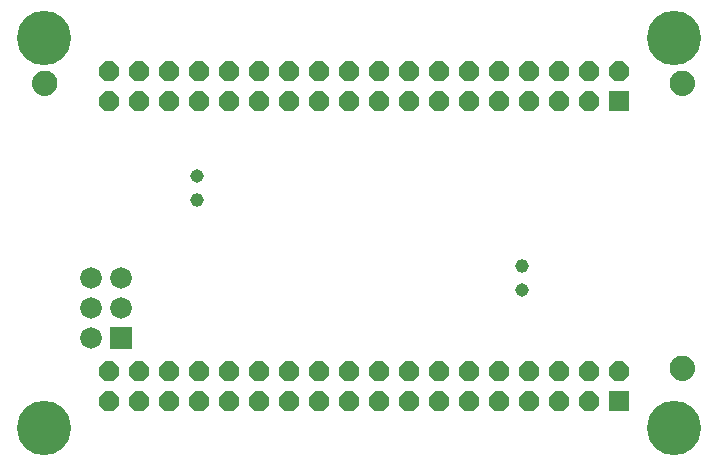
<source format=gbr>
G04 EAGLE Gerber RS-274X export*
G75*
%MOMM*%
%FSLAX34Y34*%
%LPD*%
%INSoldermask Bottom*%
%IPPOS*%
%AMOC8*
5,1,8,0,0,1.08239X$1,22.5*%
G01*
%ADD10C,0.609600*%
%ADD11C,1.168400*%
%ADD12C,1.157200*%
%ADD13C,1.143000*%
%ADD14C,4.597400*%
%ADD15R,1.676400X1.676400*%
%ADD16P,1.814519X8X202.500000*%
%ADD17R,1.828800X1.828800*%
%ADD18C,1.828800*%


D10*
X-693420Y342900D02*
X-693418Y343087D01*
X-693411Y343274D01*
X-693399Y343461D01*
X-693383Y343647D01*
X-693363Y343833D01*
X-693338Y344018D01*
X-693308Y344203D01*
X-693274Y344387D01*
X-693235Y344570D01*
X-693192Y344752D01*
X-693144Y344932D01*
X-693092Y345112D01*
X-693035Y345290D01*
X-692975Y345467D01*
X-692909Y345642D01*
X-692840Y345816D01*
X-692766Y345988D01*
X-692688Y346158D01*
X-692606Y346326D01*
X-692520Y346492D01*
X-692430Y346656D01*
X-692336Y346817D01*
X-692238Y346977D01*
X-692136Y347133D01*
X-692030Y347288D01*
X-691920Y347439D01*
X-691807Y347588D01*
X-691690Y347734D01*
X-691570Y347877D01*
X-691446Y348017D01*
X-691319Y348154D01*
X-691188Y348288D01*
X-691054Y348419D01*
X-690917Y348546D01*
X-690777Y348670D01*
X-690634Y348790D01*
X-690488Y348907D01*
X-690339Y349020D01*
X-690188Y349130D01*
X-690033Y349236D01*
X-689877Y349338D01*
X-689717Y349436D01*
X-689556Y349530D01*
X-689392Y349620D01*
X-689226Y349706D01*
X-689058Y349788D01*
X-688888Y349866D01*
X-688716Y349940D01*
X-688542Y350009D01*
X-688367Y350075D01*
X-688190Y350135D01*
X-688012Y350192D01*
X-687832Y350244D01*
X-687652Y350292D01*
X-687470Y350335D01*
X-687287Y350374D01*
X-687103Y350408D01*
X-686918Y350438D01*
X-686733Y350463D01*
X-686547Y350483D01*
X-686361Y350499D01*
X-686174Y350511D01*
X-685987Y350518D01*
X-685800Y350520D01*
X-685613Y350518D01*
X-685426Y350511D01*
X-685239Y350499D01*
X-685053Y350483D01*
X-684867Y350463D01*
X-684682Y350438D01*
X-684497Y350408D01*
X-684313Y350374D01*
X-684130Y350335D01*
X-683948Y350292D01*
X-683768Y350244D01*
X-683588Y350192D01*
X-683410Y350135D01*
X-683233Y350075D01*
X-683058Y350009D01*
X-682884Y349940D01*
X-682712Y349866D01*
X-682542Y349788D01*
X-682374Y349706D01*
X-682208Y349620D01*
X-682044Y349530D01*
X-681883Y349436D01*
X-681723Y349338D01*
X-681567Y349236D01*
X-681412Y349130D01*
X-681261Y349020D01*
X-681112Y348907D01*
X-680966Y348790D01*
X-680823Y348670D01*
X-680683Y348546D01*
X-680546Y348419D01*
X-680412Y348288D01*
X-680281Y348154D01*
X-680154Y348017D01*
X-680030Y347877D01*
X-679910Y347734D01*
X-679793Y347588D01*
X-679680Y347439D01*
X-679570Y347288D01*
X-679464Y347133D01*
X-679362Y346977D01*
X-679264Y346817D01*
X-679170Y346656D01*
X-679080Y346492D01*
X-678994Y346326D01*
X-678912Y346158D01*
X-678834Y345988D01*
X-678760Y345816D01*
X-678691Y345642D01*
X-678625Y345467D01*
X-678565Y345290D01*
X-678508Y345112D01*
X-678456Y344932D01*
X-678408Y344752D01*
X-678365Y344570D01*
X-678326Y344387D01*
X-678292Y344203D01*
X-678262Y344018D01*
X-678237Y343833D01*
X-678217Y343647D01*
X-678201Y343461D01*
X-678189Y343274D01*
X-678182Y343087D01*
X-678180Y342900D01*
X-678182Y342713D01*
X-678189Y342526D01*
X-678201Y342339D01*
X-678217Y342153D01*
X-678237Y341967D01*
X-678262Y341782D01*
X-678292Y341597D01*
X-678326Y341413D01*
X-678365Y341230D01*
X-678408Y341048D01*
X-678456Y340868D01*
X-678508Y340688D01*
X-678565Y340510D01*
X-678625Y340333D01*
X-678691Y340158D01*
X-678760Y339984D01*
X-678834Y339812D01*
X-678912Y339642D01*
X-678994Y339474D01*
X-679080Y339308D01*
X-679170Y339144D01*
X-679264Y338983D01*
X-679362Y338823D01*
X-679464Y338667D01*
X-679570Y338512D01*
X-679680Y338361D01*
X-679793Y338212D01*
X-679910Y338066D01*
X-680030Y337923D01*
X-680154Y337783D01*
X-680281Y337646D01*
X-680412Y337512D01*
X-680546Y337381D01*
X-680683Y337254D01*
X-680823Y337130D01*
X-680966Y337010D01*
X-681112Y336893D01*
X-681261Y336780D01*
X-681412Y336670D01*
X-681567Y336564D01*
X-681723Y336462D01*
X-681883Y336364D01*
X-682044Y336270D01*
X-682208Y336180D01*
X-682374Y336094D01*
X-682542Y336012D01*
X-682712Y335934D01*
X-682884Y335860D01*
X-683058Y335791D01*
X-683233Y335725D01*
X-683410Y335665D01*
X-683588Y335608D01*
X-683768Y335556D01*
X-683948Y335508D01*
X-684130Y335465D01*
X-684313Y335426D01*
X-684497Y335392D01*
X-684682Y335362D01*
X-684867Y335337D01*
X-685053Y335317D01*
X-685239Y335301D01*
X-685426Y335289D01*
X-685613Y335282D01*
X-685800Y335280D01*
X-685987Y335282D01*
X-686174Y335289D01*
X-686361Y335301D01*
X-686547Y335317D01*
X-686733Y335337D01*
X-686918Y335362D01*
X-687103Y335392D01*
X-687287Y335426D01*
X-687470Y335465D01*
X-687652Y335508D01*
X-687832Y335556D01*
X-688012Y335608D01*
X-688190Y335665D01*
X-688367Y335725D01*
X-688542Y335791D01*
X-688716Y335860D01*
X-688888Y335934D01*
X-689058Y336012D01*
X-689226Y336094D01*
X-689392Y336180D01*
X-689556Y336270D01*
X-689717Y336364D01*
X-689877Y336462D01*
X-690033Y336564D01*
X-690188Y336670D01*
X-690339Y336780D01*
X-690488Y336893D01*
X-690634Y337010D01*
X-690777Y337130D01*
X-690917Y337254D01*
X-691054Y337381D01*
X-691188Y337512D01*
X-691319Y337646D01*
X-691446Y337783D01*
X-691570Y337923D01*
X-691690Y338066D01*
X-691807Y338212D01*
X-691920Y338361D01*
X-692030Y338512D01*
X-692136Y338667D01*
X-692238Y338823D01*
X-692336Y338983D01*
X-692430Y339144D01*
X-692520Y339308D01*
X-692606Y339474D01*
X-692688Y339642D01*
X-692766Y339812D01*
X-692840Y339984D01*
X-692909Y340158D01*
X-692975Y340333D01*
X-693035Y340510D01*
X-693092Y340688D01*
X-693144Y340868D01*
X-693192Y341048D01*
X-693235Y341230D01*
X-693274Y341413D01*
X-693308Y341597D01*
X-693338Y341782D01*
X-693363Y341967D01*
X-693383Y342153D01*
X-693399Y342339D01*
X-693411Y342526D01*
X-693418Y342713D01*
X-693420Y342900D01*
D11*
X-685800Y342900D03*
D10*
X-153670Y101600D02*
X-153668Y101787D01*
X-153661Y101974D01*
X-153649Y102161D01*
X-153633Y102347D01*
X-153613Y102533D01*
X-153588Y102718D01*
X-153558Y102903D01*
X-153524Y103087D01*
X-153485Y103270D01*
X-153442Y103452D01*
X-153394Y103632D01*
X-153342Y103812D01*
X-153285Y103990D01*
X-153225Y104167D01*
X-153159Y104342D01*
X-153090Y104516D01*
X-153016Y104688D01*
X-152938Y104858D01*
X-152856Y105026D01*
X-152770Y105192D01*
X-152680Y105356D01*
X-152586Y105517D01*
X-152488Y105677D01*
X-152386Y105833D01*
X-152280Y105988D01*
X-152170Y106139D01*
X-152057Y106288D01*
X-151940Y106434D01*
X-151820Y106577D01*
X-151696Y106717D01*
X-151569Y106854D01*
X-151438Y106988D01*
X-151304Y107119D01*
X-151167Y107246D01*
X-151027Y107370D01*
X-150884Y107490D01*
X-150738Y107607D01*
X-150589Y107720D01*
X-150438Y107830D01*
X-150283Y107936D01*
X-150127Y108038D01*
X-149967Y108136D01*
X-149806Y108230D01*
X-149642Y108320D01*
X-149476Y108406D01*
X-149308Y108488D01*
X-149138Y108566D01*
X-148966Y108640D01*
X-148792Y108709D01*
X-148617Y108775D01*
X-148440Y108835D01*
X-148262Y108892D01*
X-148082Y108944D01*
X-147902Y108992D01*
X-147720Y109035D01*
X-147537Y109074D01*
X-147353Y109108D01*
X-147168Y109138D01*
X-146983Y109163D01*
X-146797Y109183D01*
X-146611Y109199D01*
X-146424Y109211D01*
X-146237Y109218D01*
X-146050Y109220D01*
X-145863Y109218D01*
X-145676Y109211D01*
X-145489Y109199D01*
X-145303Y109183D01*
X-145117Y109163D01*
X-144932Y109138D01*
X-144747Y109108D01*
X-144563Y109074D01*
X-144380Y109035D01*
X-144198Y108992D01*
X-144018Y108944D01*
X-143838Y108892D01*
X-143660Y108835D01*
X-143483Y108775D01*
X-143308Y108709D01*
X-143134Y108640D01*
X-142962Y108566D01*
X-142792Y108488D01*
X-142624Y108406D01*
X-142458Y108320D01*
X-142294Y108230D01*
X-142133Y108136D01*
X-141973Y108038D01*
X-141817Y107936D01*
X-141662Y107830D01*
X-141511Y107720D01*
X-141362Y107607D01*
X-141216Y107490D01*
X-141073Y107370D01*
X-140933Y107246D01*
X-140796Y107119D01*
X-140662Y106988D01*
X-140531Y106854D01*
X-140404Y106717D01*
X-140280Y106577D01*
X-140160Y106434D01*
X-140043Y106288D01*
X-139930Y106139D01*
X-139820Y105988D01*
X-139714Y105833D01*
X-139612Y105677D01*
X-139514Y105517D01*
X-139420Y105356D01*
X-139330Y105192D01*
X-139244Y105026D01*
X-139162Y104858D01*
X-139084Y104688D01*
X-139010Y104516D01*
X-138941Y104342D01*
X-138875Y104167D01*
X-138815Y103990D01*
X-138758Y103812D01*
X-138706Y103632D01*
X-138658Y103452D01*
X-138615Y103270D01*
X-138576Y103087D01*
X-138542Y102903D01*
X-138512Y102718D01*
X-138487Y102533D01*
X-138467Y102347D01*
X-138451Y102161D01*
X-138439Y101974D01*
X-138432Y101787D01*
X-138430Y101600D01*
X-138432Y101413D01*
X-138439Y101226D01*
X-138451Y101039D01*
X-138467Y100853D01*
X-138487Y100667D01*
X-138512Y100482D01*
X-138542Y100297D01*
X-138576Y100113D01*
X-138615Y99930D01*
X-138658Y99748D01*
X-138706Y99568D01*
X-138758Y99388D01*
X-138815Y99210D01*
X-138875Y99033D01*
X-138941Y98858D01*
X-139010Y98684D01*
X-139084Y98512D01*
X-139162Y98342D01*
X-139244Y98174D01*
X-139330Y98008D01*
X-139420Y97844D01*
X-139514Y97683D01*
X-139612Y97523D01*
X-139714Y97367D01*
X-139820Y97212D01*
X-139930Y97061D01*
X-140043Y96912D01*
X-140160Y96766D01*
X-140280Y96623D01*
X-140404Y96483D01*
X-140531Y96346D01*
X-140662Y96212D01*
X-140796Y96081D01*
X-140933Y95954D01*
X-141073Y95830D01*
X-141216Y95710D01*
X-141362Y95593D01*
X-141511Y95480D01*
X-141662Y95370D01*
X-141817Y95264D01*
X-141973Y95162D01*
X-142133Y95064D01*
X-142294Y94970D01*
X-142458Y94880D01*
X-142624Y94794D01*
X-142792Y94712D01*
X-142962Y94634D01*
X-143134Y94560D01*
X-143308Y94491D01*
X-143483Y94425D01*
X-143660Y94365D01*
X-143838Y94308D01*
X-144018Y94256D01*
X-144198Y94208D01*
X-144380Y94165D01*
X-144563Y94126D01*
X-144747Y94092D01*
X-144932Y94062D01*
X-145117Y94037D01*
X-145303Y94017D01*
X-145489Y94001D01*
X-145676Y93989D01*
X-145863Y93982D01*
X-146050Y93980D01*
X-146237Y93982D01*
X-146424Y93989D01*
X-146611Y94001D01*
X-146797Y94017D01*
X-146983Y94037D01*
X-147168Y94062D01*
X-147353Y94092D01*
X-147537Y94126D01*
X-147720Y94165D01*
X-147902Y94208D01*
X-148082Y94256D01*
X-148262Y94308D01*
X-148440Y94365D01*
X-148617Y94425D01*
X-148792Y94491D01*
X-148966Y94560D01*
X-149138Y94634D01*
X-149308Y94712D01*
X-149476Y94794D01*
X-149642Y94880D01*
X-149806Y94970D01*
X-149967Y95064D01*
X-150127Y95162D01*
X-150283Y95264D01*
X-150438Y95370D01*
X-150589Y95480D01*
X-150738Y95593D01*
X-150884Y95710D01*
X-151027Y95830D01*
X-151167Y95954D01*
X-151304Y96081D01*
X-151438Y96212D01*
X-151569Y96346D01*
X-151696Y96483D01*
X-151820Y96623D01*
X-151940Y96766D01*
X-152057Y96912D01*
X-152170Y97061D01*
X-152280Y97212D01*
X-152386Y97367D01*
X-152488Y97523D01*
X-152586Y97683D01*
X-152680Y97844D01*
X-152770Y98008D01*
X-152856Y98174D01*
X-152938Y98342D01*
X-153016Y98512D01*
X-153090Y98684D01*
X-153159Y98858D01*
X-153225Y99033D01*
X-153285Y99210D01*
X-153342Y99388D01*
X-153394Y99568D01*
X-153442Y99748D01*
X-153485Y99930D01*
X-153524Y100113D01*
X-153558Y100297D01*
X-153588Y100482D01*
X-153613Y100667D01*
X-153633Y100853D01*
X-153649Y101039D01*
X-153661Y101226D01*
X-153668Y101413D01*
X-153670Y101600D01*
D11*
X-146050Y101600D03*
D10*
X-153670Y342900D02*
X-153668Y343087D01*
X-153661Y343274D01*
X-153649Y343461D01*
X-153633Y343647D01*
X-153613Y343833D01*
X-153588Y344018D01*
X-153558Y344203D01*
X-153524Y344387D01*
X-153485Y344570D01*
X-153442Y344752D01*
X-153394Y344932D01*
X-153342Y345112D01*
X-153285Y345290D01*
X-153225Y345467D01*
X-153159Y345642D01*
X-153090Y345816D01*
X-153016Y345988D01*
X-152938Y346158D01*
X-152856Y346326D01*
X-152770Y346492D01*
X-152680Y346656D01*
X-152586Y346817D01*
X-152488Y346977D01*
X-152386Y347133D01*
X-152280Y347288D01*
X-152170Y347439D01*
X-152057Y347588D01*
X-151940Y347734D01*
X-151820Y347877D01*
X-151696Y348017D01*
X-151569Y348154D01*
X-151438Y348288D01*
X-151304Y348419D01*
X-151167Y348546D01*
X-151027Y348670D01*
X-150884Y348790D01*
X-150738Y348907D01*
X-150589Y349020D01*
X-150438Y349130D01*
X-150283Y349236D01*
X-150127Y349338D01*
X-149967Y349436D01*
X-149806Y349530D01*
X-149642Y349620D01*
X-149476Y349706D01*
X-149308Y349788D01*
X-149138Y349866D01*
X-148966Y349940D01*
X-148792Y350009D01*
X-148617Y350075D01*
X-148440Y350135D01*
X-148262Y350192D01*
X-148082Y350244D01*
X-147902Y350292D01*
X-147720Y350335D01*
X-147537Y350374D01*
X-147353Y350408D01*
X-147168Y350438D01*
X-146983Y350463D01*
X-146797Y350483D01*
X-146611Y350499D01*
X-146424Y350511D01*
X-146237Y350518D01*
X-146050Y350520D01*
X-145863Y350518D01*
X-145676Y350511D01*
X-145489Y350499D01*
X-145303Y350483D01*
X-145117Y350463D01*
X-144932Y350438D01*
X-144747Y350408D01*
X-144563Y350374D01*
X-144380Y350335D01*
X-144198Y350292D01*
X-144018Y350244D01*
X-143838Y350192D01*
X-143660Y350135D01*
X-143483Y350075D01*
X-143308Y350009D01*
X-143134Y349940D01*
X-142962Y349866D01*
X-142792Y349788D01*
X-142624Y349706D01*
X-142458Y349620D01*
X-142294Y349530D01*
X-142133Y349436D01*
X-141973Y349338D01*
X-141817Y349236D01*
X-141662Y349130D01*
X-141511Y349020D01*
X-141362Y348907D01*
X-141216Y348790D01*
X-141073Y348670D01*
X-140933Y348546D01*
X-140796Y348419D01*
X-140662Y348288D01*
X-140531Y348154D01*
X-140404Y348017D01*
X-140280Y347877D01*
X-140160Y347734D01*
X-140043Y347588D01*
X-139930Y347439D01*
X-139820Y347288D01*
X-139714Y347133D01*
X-139612Y346977D01*
X-139514Y346817D01*
X-139420Y346656D01*
X-139330Y346492D01*
X-139244Y346326D01*
X-139162Y346158D01*
X-139084Y345988D01*
X-139010Y345816D01*
X-138941Y345642D01*
X-138875Y345467D01*
X-138815Y345290D01*
X-138758Y345112D01*
X-138706Y344932D01*
X-138658Y344752D01*
X-138615Y344570D01*
X-138576Y344387D01*
X-138542Y344203D01*
X-138512Y344018D01*
X-138487Y343833D01*
X-138467Y343647D01*
X-138451Y343461D01*
X-138439Y343274D01*
X-138432Y343087D01*
X-138430Y342900D01*
X-138432Y342713D01*
X-138439Y342526D01*
X-138451Y342339D01*
X-138467Y342153D01*
X-138487Y341967D01*
X-138512Y341782D01*
X-138542Y341597D01*
X-138576Y341413D01*
X-138615Y341230D01*
X-138658Y341048D01*
X-138706Y340868D01*
X-138758Y340688D01*
X-138815Y340510D01*
X-138875Y340333D01*
X-138941Y340158D01*
X-139010Y339984D01*
X-139084Y339812D01*
X-139162Y339642D01*
X-139244Y339474D01*
X-139330Y339308D01*
X-139420Y339144D01*
X-139514Y338983D01*
X-139612Y338823D01*
X-139714Y338667D01*
X-139820Y338512D01*
X-139930Y338361D01*
X-140043Y338212D01*
X-140160Y338066D01*
X-140280Y337923D01*
X-140404Y337783D01*
X-140531Y337646D01*
X-140662Y337512D01*
X-140796Y337381D01*
X-140933Y337254D01*
X-141073Y337130D01*
X-141216Y337010D01*
X-141362Y336893D01*
X-141511Y336780D01*
X-141662Y336670D01*
X-141817Y336564D01*
X-141973Y336462D01*
X-142133Y336364D01*
X-142294Y336270D01*
X-142458Y336180D01*
X-142624Y336094D01*
X-142792Y336012D01*
X-142962Y335934D01*
X-143134Y335860D01*
X-143308Y335791D01*
X-143483Y335725D01*
X-143660Y335665D01*
X-143838Y335608D01*
X-144018Y335556D01*
X-144198Y335508D01*
X-144380Y335465D01*
X-144563Y335426D01*
X-144747Y335392D01*
X-144932Y335362D01*
X-145117Y335337D01*
X-145303Y335317D01*
X-145489Y335301D01*
X-145676Y335289D01*
X-145863Y335282D01*
X-146050Y335280D01*
X-146237Y335282D01*
X-146424Y335289D01*
X-146611Y335301D01*
X-146797Y335317D01*
X-146983Y335337D01*
X-147168Y335362D01*
X-147353Y335392D01*
X-147537Y335426D01*
X-147720Y335465D01*
X-147902Y335508D01*
X-148082Y335556D01*
X-148262Y335608D01*
X-148440Y335665D01*
X-148617Y335725D01*
X-148792Y335791D01*
X-148966Y335860D01*
X-149138Y335934D01*
X-149308Y336012D01*
X-149476Y336094D01*
X-149642Y336180D01*
X-149806Y336270D01*
X-149967Y336364D01*
X-150127Y336462D01*
X-150283Y336564D01*
X-150438Y336670D01*
X-150589Y336780D01*
X-150738Y336893D01*
X-150884Y337010D01*
X-151027Y337130D01*
X-151167Y337254D01*
X-151304Y337381D01*
X-151438Y337512D01*
X-151569Y337646D01*
X-151696Y337783D01*
X-151820Y337923D01*
X-151940Y338066D01*
X-152057Y338212D01*
X-152170Y338361D01*
X-152280Y338512D01*
X-152386Y338667D01*
X-152488Y338823D01*
X-152586Y338983D01*
X-152680Y339144D01*
X-152770Y339308D01*
X-152856Y339474D01*
X-152938Y339642D01*
X-153016Y339812D01*
X-153090Y339984D01*
X-153159Y340158D01*
X-153225Y340333D01*
X-153285Y340510D01*
X-153342Y340688D01*
X-153394Y340868D01*
X-153442Y341048D01*
X-153485Y341230D01*
X-153524Y341413D01*
X-153558Y341597D01*
X-153588Y341782D01*
X-153613Y341967D01*
X-153633Y342153D01*
X-153649Y342339D01*
X-153661Y342526D01*
X-153668Y342713D01*
X-153670Y342900D01*
D11*
X-146050Y342900D03*
D12*
X-556900Y244000D03*
D13*
X-556900Y264000D03*
D12*
X-281300Y187800D03*
D13*
X-281300Y167800D03*
D14*
X-152400Y381000D03*
X-685800Y381000D03*
X-152400Y50800D03*
D15*
X-198800Y73400D03*
D16*
X-198800Y98800D03*
X-224200Y73400D03*
X-224200Y98800D03*
X-249600Y73400D03*
X-249600Y98800D03*
X-275000Y73400D03*
X-275000Y98800D03*
X-300400Y73400D03*
X-300400Y98800D03*
X-325800Y73400D03*
X-325800Y98800D03*
X-351200Y73400D03*
X-351200Y98800D03*
X-376600Y73400D03*
X-376600Y98800D03*
X-402000Y73400D03*
X-402000Y98800D03*
X-427400Y73400D03*
X-427400Y98800D03*
X-452800Y73400D03*
X-452800Y98800D03*
X-478200Y73400D03*
X-478200Y98800D03*
X-503600Y73400D03*
X-503600Y98800D03*
X-529000Y73400D03*
X-529000Y98800D03*
X-554400Y73400D03*
X-554400Y98800D03*
X-579800Y73400D03*
X-579800Y98800D03*
X-605200Y73400D03*
X-605200Y98800D03*
X-630600Y73400D03*
X-630600Y98800D03*
D15*
X-198800Y327400D03*
D16*
X-198800Y352800D03*
X-224200Y327400D03*
X-224200Y352800D03*
X-249600Y327400D03*
X-249600Y352800D03*
X-275000Y327400D03*
X-275000Y352800D03*
X-300400Y327400D03*
X-300400Y352800D03*
X-325800Y327400D03*
X-325800Y352800D03*
X-351200Y327400D03*
X-351200Y352800D03*
X-376600Y327400D03*
X-376600Y352800D03*
X-402000Y327400D03*
X-402000Y352800D03*
X-427400Y327400D03*
X-427400Y352800D03*
X-452800Y327400D03*
X-452800Y352800D03*
X-478200Y327400D03*
X-478200Y352800D03*
X-503600Y327400D03*
X-503600Y352800D03*
X-529000Y327400D03*
X-529000Y352800D03*
X-554400Y327400D03*
X-554400Y352800D03*
X-579800Y327400D03*
X-579800Y352800D03*
X-605200Y327400D03*
X-605200Y352800D03*
X-630600Y327400D03*
X-630600Y352800D03*
D17*
X-621157Y126619D03*
D18*
X-646557Y126619D03*
X-621157Y152019D03*
X-646557Y152019D03*
X-621157Y177419D03*
X-646557Y177419D03*
D14*
X-685800Y50800D03*
M02*

</source>
